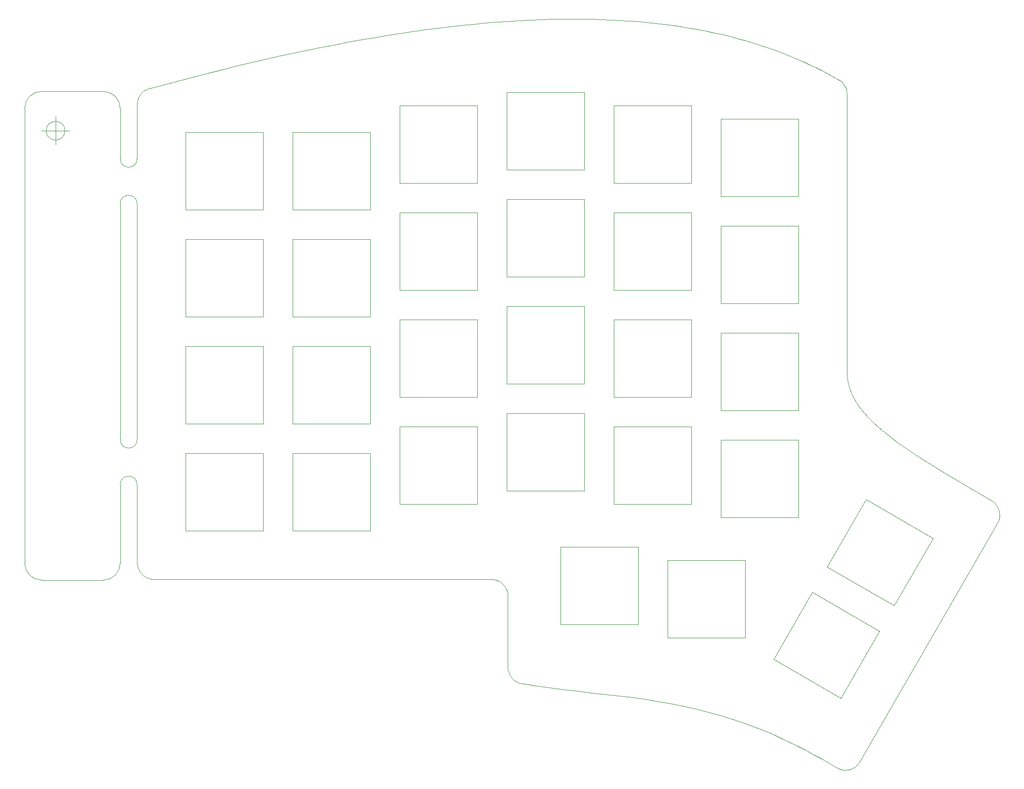
<source format=gm1>
G04 #@! TF.GenerationSoftware,KiCad,Pcbnew,(5.1.10)-1*
G04 #@! TF.CreationDate,2021-05-12T20:45:37+09:00*
G04 #@! TF.ProjectId,iris-switch-plate-choc-svg2shenzhen,69726973-2d73-4776-9974-63682d706c61,rev?*
G04 #@! TF.SameCoordinates,Original*
G04 #@! TF.FileFunction,Profile,NP*
%FSLAX46Y46*%
G04 Gerber Fmt 4.6, Leading zero omitted, Abs format (unit mm)*
G04 Created by KiCad (PCBNEW (5.1.10)-1) date 2021-05-12 20:45:37*
%MOMM*%
%LPD*%
G01*
G04 APERTURE LIST*
G04 #@! TA.AperFunction,Profile*
%ADD10C,0.100000*%
G04 #@! TD*
G04 APERTURE END LIST*
D10*
X47166666Y-45000000D02*
G75*
G03*
X47166666Y-45000000I-1666666J0D01*
G01*
X43000000Y-45000000D02*
X48000000Y-45000000D01*
X45500000Y-42500000D02*
X45500000Y-47500000D01*
X57000000Y-108000000D02*
G75*
G02*
X60000000Y-108000000I1500000J0D01*
G01*
X60000000Y-100000000D02*
G75*
G02*
X57000000Y-100000000I-1500000J0D01*
G01*
X57000000Y-58000000D02*
G75*
G02*
X60000000Y-58000000I1500000J0D01*
G01*
X60000000Y-50000000D02*
G75*
G02*
X57000000Y-50000000I-1500000J0D01*
G01*
X54000000Y-38000000D02*
G75*
G02*
X57000000Y-41000000I0J-3000000D01*
G01*
X40000000Y-41000000D02*
G75*
G02*
X43000000Y-38000000I3000000J0D01*
G01*
X43000000Y-125000000D02*
G75*
G02*
X40000000Y-122000000I0J3000000D01*
G01*
X57000000Y-122000000D02*
G75*
G02*
X54000000Y-125000000I-3000000J0D01*
G01*
X43000000Y-125000000D02*
X54000000Y-125000000D01*
X40000000Y-41000000D02*
X40000000Y-122000000D01*
X43000000Y-38000000D02*
X54000000Y-38000000D01*
X57000000Y-50000000D02*
X57000000Y-41000000D01*
X57000000Y-58000000D02*
X57000000Y-100000000D01*
X57000000Y-122000000D02*
X57000000Y-108000000D01*
X60000000Y-108000000D02*
X60001600Y-121840000D01*
X60000000Y-58000000D02*
X60000000Y-100000000D01*
X163887000Y-61929100D02*
X177687000Y-61929100D01*
X177687000Y-61929100D02*
X177687000Y-75729000D01*
X177687000Y-75729000D02*
X163887000Y-75729000D01*
X163887000Y-75729000D02*
X163887000Y-61929100D01*
X163887000Y-61929100D02*
X163887000Y-61929100D01*
X163887000Y-42879100D02*
X177687000Y-42879100D01*
X177687000Y-42879100D02*
X177687000Y-56679000D01*
X177687000Y-56679000D02*
X163887000Y-56679000D01*
X163887000Y-56679000D02*
X163887000Y-42879100D01*
X163887000Y-42879100D02*
X163887000Y-42879100D01*
X163887000Y-80979000D02*
X177687000Y-80979000D01*
X177687000Y-80979000D02*
X177687000Y-94779000D01*
X177687000Y-94779000D02*
X163887000Y-94779000D01*
X163887000Y-94779000D02*
X163887000Y-80979000D01*
X163887000Y-80979000D02*
X163887000Y-80979000D01*
X163887000Y-100029000D02*
X177687000Y-100029000D01*
X177687000Y-100029000D02*
X177687000Y-113828900D01*
X177687000Y-113828900D02*
X163887000Y-113828900D01*
X163887000Y-113828900D02*
X163887000Y-100029000D01*
X163887000Y-100029000D02*
X163887000Y-100029000D01*
X144837100Y-59547800D02*
X158637000Y-59547800D01*
X158637000Y-59547800D02*
X158637000Y-73347800D01*
X158637000Y-73347800D02*
X144837100Y-73347800D01*
X144837100Y-73347800D02*
X144837100Y-59547800D01*
X144837100Y-59547800D02*
X144837100Y-59547800D01*
X144837100Y-40497900D02*
X158637000Y-40497900D01*
X158637000Y-40497900D02*
X158637000Y-54297800D01*
X158637000Y-54297800D02*
X144837100Y-54297800D01*
X144837100Y-54297800D02*
X144837100Y-40497900D01*
X144837100Y-40497900D02*
X144837100Y-40497900D01*
X144837100Y-97647800D02*
X158637000Y-97647800D01*
X158637000Y-97647800D02*
X158637000Y-111447700D01*
X158637000Y-111447700D02*
X144837100Y-111447700D01*
X144837100Y-111447700D02*
X144837100Y-97647800D01*
X144837100Y-97647800D02*
X144837100Y-97647800D01*
X144837100Y-78597800D02*
X158637000Y-78597800D01*
X158637000Y-78597800D02*
X158637000Y-92397700D01*
X158637000Y-92397700D02*
X144837100Y-92397700D01*
X144837100Y-92397700D02*
X144837100Y-78597800D01*
X144837100Y-78597800D02*
X144837100Y-78597800D01*
X125787100Y-76216900D02*
X139587100Y-76216900D01*
X139587100Y-76216900D02*
X139587100Y-90016800D01*
X139587100Y-90016800D02*
X125787100Y-90016800D01*
X125787100Y-90016800D02*
X125787100Y-76216900D01*
X125787100Y-76216900D02*
X125787100Y-76216900D01*
X125787100Y-57166900D02*
X139587100Y-57166900D01*
X139587100Y-57166900D02*
X139587100Y-70966900D01*
X139587100Y-70966900D02*
X125787100Y-70966900D01*
X125787100Y-70966900D02*
X125787100Y-57166900D01*
X125787100Y-57166900D02*
X125787100Y-57166900D01*
X106737200Y-59547800D02*
X120537100Y-59547800D01*
X120537100Y-59547800D02*
X120537100Y-73347800D01*
X120537100Y-73347800D02*
X106737200Y-73347800D01*
X106737200Y-73347800D02*
X106737200Y-59547800D01*
X106737200Y-59547800D02*
X106737200Y-59547800D01*
X106737200Y-78597800D02*
X120537100Y-78597800D01*
X120537100Y-78597800D02*
X120537100Y-92397700D01*
X120537100Y-92397700D02*
X106737200Y-92397700D01*
X106737200Y-92397700D02*
X106737200Y-78597800D01*
X106737200Y-78597800D02*
X106737200Y-78597800D01*
X87687200Y-64310000D02*
X101487100Y-64310000D01*
X101487100Y-64310000D02*
X101487100Y-78109900D01*
X101487100Y-78109900D02*
X87687200Y-78109900D01*
X87687200Y-78109900D02*
X87687200Y-64310000D01*
X87687200Y-64310000D02*
X87687200Y-64310000D01*
X87687200Y-45260000D02*
X101487100Y-45260000D01*
X101487100Y-45260000D02*
X101487100Y-59059900D01*
X101487100Y-59059900D02*
X87687200Y-59059900D01*
X87687200Y-59059900D02*
X87687200Y-45260000D01*
X87687200Y-45260000D02*
X87687200Y-45260000D01*
X87687200Y-83359900D02*
X101487100Y-83359900D01*
X101487100Y-83359900D02*
X101487100Y-97159900D01*
X101487100Y-97159900D02*
X87687200Y-97159900D01*
X87687200Y-97159900D02*
X87687200Y-83359900D01*
X87687200Y-83359900D02*
X87687200Y-83359900D01*
X106737200Y-40497900D02*
X120537100Y-40497900D01*
X120537100Y-40497900D02*
X120537100Y-54297800D01*
X120537100Y-54297800D02*
X106737200Y-54297800D01*
X106737200Y-54297800D02*
X106737200Y-40497900D01*
X106737200Y-40497900D02*
X106737200Y-40497900D01*
X125787100Y-38117000D02*
X139587100Y-38117000D01*
X139587100Y-38117000D02*
X139587100Y-51916900D01*
X139587100Y-51916900D02*
X125787100Y-51916900D01*
X125787100Y-51916900D02*
X125787100Y-38117000D01*
X125787100Y-38117000D02*
X125787100Y-38117000D01*
X68637200Y-64310000D02*
X82437200Y-64310000D01*
X82437200Y-64310000D02*
X82437200Y-78109900D01*
X82437200Y-78109900D02*
X68637200Y-78109900D01*
X68637200Y-78109900D02*
X68637200Y-64310000D01*
X68637200Y-64310000D02*
X68637200Y-64310000D01*
X68637200Y-83359900D02*
X82437200Y-83359900D01*
X82437200Y-83359900D02*
X82437200Y-97159900D01*
X82437200Y-97159900D02*
X68637200Y-97159900D01*
X68637200Y-97159900D02*
X68637200Y-83359900D01*
X68637200Y-83359900D02*
X68637200Y-83359900D01*
X68637200Y-102409900D02*
X82437200Y-102409900D01*
X82437200Y-102409900D02*
X82437200Y-116209800D01*
X82437200Y-116209800D02*
X68637200Y-116209800D01*
X68637200Y-116209800D02*
X68637200Y-102409900D01*
X68637200Y-102409900D02*
X68637200Y-102409900D01*
X87687200Y-102409900D02*
X101487100Y-102409900D01*
X101487100Y-102409900D02*
X101487100Y-116209800D01*
X101487100Y-116209800D02*
X87687200Y-116209800D01*
X87687200Y-116209800D02*
X87687200Y-102409900D01*
X87687200Y-102409900D02*
X87687200Y-102409900D01*
X106737200Y-97647800D02*
X120537100Y-97647800D01*
X120537100Y-97647800D02*
X120537100Y-111447700D01*
X120537100Y-111447700D02*
X106737200Y-111447700D01*
X106737200Y-111447700D02*
X106737200Y-97647800D01*
X106737200Y-97647800D02*
X106737200Y-97647800D01*
X125787100Y-95266900D02*
X139587100Y-95266900D01*
X139587100Y-95266900D02*
X139587100Y-109066800D01*
X139587100Y-109066800D02*
X125787100Y-109066800D01*
X125787100Y-109066800D02*
X125787100Y-95266900D01*
X125787100Y-95266900D02*
X125787100Y-95266900D01*
X135312100Y-119079000D02*
X149112100Y-119079000D01*
X149112100Y-119079000D02*
X149112100Y-132879000D01*
X149112100Y-132879000D02*
X135312100Y-132879000D01*
X135312100Y-132879000D02*
X135312100Y-119079000D01*
X135312100Y-119079000D02*
X135312100Y-119079000D01*
X154362100Y-121464000D02*
X168162000Y-121464000D01*
X168162000Y-121464000D02*
X168162000Y-135264000D01*
X168162000Y-135264000D02*
X154362100Y-135264000D01*
X154362100Y-135264000D02*
X154362100Y-121464000D01*
X154362100Y-121464000D02*
X154362100Y-121464000D01*
X173249411Y-139111732D02*
X180149357Y-127161012D01*
X180149357Y-127161012D02*
X192099558Y-134060658D01*
X192099558Y-134060658D02*
X185199612Y-146011378D01*
X185199612Y-146011378D02*
X173249411Y-139111732D01*
X173249411Y-139111732D02*
X173249411Y-139111732D01*
X182774563Y-122614151D02*
X189674559Y-110663344D01*
X189674559Y-110663344D02*
X201625625Y-117563490D01*
X201625625Y-117563490D02*
X194725629Y-129514297D01*
X194725629Y-129514297D02*
X182774563Y-122614151D01*
X182774563Y-122614151D02*
X182774563Y-122614151D01*
X68637200Y-45260000D02*
X82437200Y-45260000D01*
X82437200Y-45260000D02*
X82437200Y-59059900D01*
X82437200Y-59059900D02*
X68637200Y-59059900D01*
X68637200Y-59059900D02*
X68637200Y-45260000D01*
X68637200Y-45260000D02*
X68637200Y-45260000D01*
X185984000Y-158796000D02*
X185594000Y-158771000D01*
X185594000Y-158771000D02*
X185211000Y-158695000D01*
X185211000Y-158695000D02*
X184839000Y-158569000D01*
X184839000Y-158569000D02*
X184484000Y-158395000D01*
X184484000Y-158395000D02*
X181885000Y-156895000D01*
X181885000Y-156895000D02*
X180428000Y-156071000D01*
X180428000Y-156071000D02*
X178987000Y-155291000D01*
X178987000Y-155291000D02*
X177562000Y-154553000D01*
X177562000Y-154553000D02*
X176151000Y-153854000D01*
X176151000Y-153854000D02*
X174755000Y-153195000D01*
X174755000Y-153195000D02*
X173372000Y-152573000D01*
X173372000Y-152573000D02*
X172004000Y-151987000D01*
X172004000Y-151987000D02*
X170648000Y-151436000D01*
X170648000Y-151436000D02*
X169305000Y-150919000D01*
X169305000Y-150919000D02*
X167975000Y-150433000D01*
X167975000Y-150433000D02*
X166656000Y-149978000D01*
X166656000Y-149978000D02*
X165349000Y-149553000D01*
X165349000Y-149553000D02*
X164053000Y-149155000D01*
X164053000Y-149155000D02*
X162768000Y-148784000D01*
X162768000Y-148784000D02*
X161492000Y-148437000D01*
X161492000Y-148437000D02*
X160227000Y-148115000D01*
X160227000Y-148115000D02*
X158971000Y-147815000D01*
X158971000Y-147815000D02*
X157723000Y-147536000D01*
X157723000Y-147536000D02*
X156484000Y-147276000D01*
X156484000Y-147276000D02*
X155254000Y-147035000D01*
X155254000Y-147035000D02*
X152814300Y-146601000D01*
X152814300Y-146601000D02*
X150402100Y-146224000D01*
X150402100Y-146224000D02*
X148013500Y-145892000D01*
X148013500Y-145892000D02*
X145645100Y-145594000D01*
X145645100Y-145594000D02*
X140955100Y-145057000D01*
X140955100Y-145057000D02*
X138505800Y-144782000D01*
X138505800Y-144782000D02*
X136032800Y-144491000D01*
X136032800Y-144491000D02*
X133550100Y-144175000D01*
X133550100Y-144175000D02*
X131071400Y-143822000D01*
X131071400Y-143822000D02*
X128520500Y-143435000D01*
X128520500Y-143435000D02*
X128250200Y-143381000D01*
X128250200Y-143381000D02*
X127990000Y-143305000D01*
X127990000Y-143305000D02*
X127740700Y-143206000D01*
X127740700Y-143206000D02*
X127503600Y-143086000D01*
X127503600Y-143086000D02*
X127279500Y-142947000D01*
X127279500Y-142947000D02*
X127069500Y-142790000D01*
X127069500Y-142790000D02*
X126874600Y-142615000D01*
X126874600Y-142615000D02*
X126695900Y-142425000D01*
X126695900Y-142425000D02*
X126534400Y-142219000D01*
X126534400Y-142219000D02*
X126391000Y-142001000D01*
X126391000Y-142001000D02*
X126266900Y-141769000D01*
X126266900Y-141769000D02*
X126163100Y-141527000D01*
X126163100Y-141527000D02*
X126080600Y-141274000D01*
X126080600Y-141274000D02*
X126020300Y-141013000D01*
X126020300Y-141013000D02*
X125983500Y-140744000D01*
X125983500Y-140744000D02*
X125970900Y-140469000D01*
X125970900Y-140469000D02*
X125970900Y-127838000D01*
X125970900Y-127838000D02*
X125955500Y-127532000D01*
X125955500Y-127532000D02*
X125910000Y-127234000D01*
X125910000Y-127234000D02*
X125836100Y-126947000D01*
X125836100Y-126947000D02*
X125735300Y-126671000D01*
X125735300Y-126671000D02*
X125609000Y-126409000D01*
X125609000Y-126409000D02*
X125458800Y-126162000D01*
X125458800Y-126162000D02*
X125286200Y-125931000D01*
X125286200Y-125931000D02*
X125092600Y-125718000D01*
X125092600Y-125718000D02*
X124879700Y-125525000D01*
X124879700Y-125525000D02*
X124648800Y-125352000D01*
X124648800Y-125352000D02*
X124401600Y-125202000D01*
X124401600Y-125202000D02*
X124139500Y-125075000D01*
X124139500Y-125075000D02*
X123864000Y-124975000D01*
X123864000Y-124975000D02*
X123576600Y-124901000D01*
X123576600Y-124901000D02*
X123278900Y-124855000D01*
X123278900Y-124855000D02*
X122972300Y-124840000D01*
X122972300Y-124840000D02*
X63001620Y-124840000D01*
X63001620Y-124840000D02*
X62694860Y-124824000D01*
X62694860Y-124824000D02*
X62396970Y-124779000D01*
X62396970Y-124779000D02*
X62109460Y-124705000D01*
X62109460Y-124705000D02*
X61833820Y-124604000D01*
X61833820Y-124604000D02*
X61571570Y-124478000D01*
X61571570Y-124478000D02*
X61324220Y-124328000D01*
X61324220Y-124328000D02*
X61093270Y-124155000D01*
X61093270Y-124155000D02*
X60880240Y-123961000D01*
X60880240Y-123961000D02*
X60686620Y-123748000D01*
X60686620Y-123748000D02*
X60513920Y-123517000D01*
X60513920Y-123517000D02*
X60363660Y-123270000D01*
X60363660Y-123270000D02*
X60237340Y-123008000D01*
X60237340Y-123008000D02*
X60136460Y-122732000D01*
X60136460Y-122732000D02*
X60062540Y-122444000D01*
X60062540Y-122444000D02*
X60017090Y-122147000D01*
X60017090Y-122147000D02*
X60001600Y-121840000D01*
X60000000Y-50000000D02*
X60001600Y-40340900D01*
X60001600Y-40340900D02*
X60012150Y-40088700D01*
X60012150Y-40088700D02*
X60043280Y-39841400D01*
X60043280Y-39841400D02*
X60094260Y-39600100D01*
X60094260Y-39600100D02*
X60164340Y-39365600D01*
X60164340Y-39365600D02*
X60252750Y-39139000D01*
X60252750Y-39139000D02*
X60358770Y-38921200D01*
X60358770Y-38921200D02*
X60481630Y-38713200D01*
X60481630Y-38713200D02*
X60620590Y-38516000D01*
X60620590Y-38516000D02*
X60774900Y-38330600D01*
X60774900Y-38330600D02*
X60943810Y-38157900D01*
X60943810Y-38157900D02*
X61126580Y-37998900D01*
X61126580Y-37998900D02*
X61322450Y-37854600D01*
X61322450Y-37854600D02*
X61530670Y-37726000D01*
X61530670Y-37726000D02*
X61750500Y-37614000D01*
X61750500Y-37614000D02*
X61981190Y-37519600D01*
X61981190Y-37519600D02*
X62221980Y-37443900D01*
X62221980Y-37443900D02*
X64442360Y-36846300D01*
X64442360Y-36846300D02*
X69884700Y-35412000D01*
X69884700Y-35412000D02*
X72558500Y-34730500D01*
X72558500Y-34730500D02*
X75201000Y-34072600D01*
X75201000Y-34072600D02*
X77812500Y-33438400D01*
X77812500Y-33438400D02*
X80393200Y-32827700D01*
X80393200Y-32827700D02*
X82943400Y-32240700D01*
X82943400Y-32240700D02*
X85463300Y-31677100D01*
X85463300Y-31677100D02*
X87953200Y-31137000D01*
X87953200Y-31137000D02*
X90413400Y-30620400D01*
X90413400Y-30620400D02*
X92844100Y-30127100D01*
X92844100Y-30127100D02*
X95245400Y-29657210D01*
X95245400Y-29657210D02*
X97617800Y-29210620D01*
X97617800Y-29210620D02*
X99961400Y-28787310D01*
X99961400Y-28787310D02*
X102276500Y-28387230D01*
X102276500Y-28387230D02*
X104563300Y-28010340D01*
X104563300Y-28010340D02*
X106822100Y-27656600D01*
X106822100Y-27656600D02*
X109053200Y-27325980D01*
X109053200Y-27325980D02*
X111256700Y-27018430D01*
X111256700Y-27018430D02*
X113433000Y-26733910D01*
X113433000Y-26733910D02*
X115582200Y-26472380D01*
X115582200Y-26472380D02*
X117704700Y-26233810D01*
X117704700Y-26233810D02*
X119800700Y-26018150D01*
X119800700Y-26018150D02*
X121870400Y-25825360D01*
X121870400Y-25825360D02*
X123914100Y-25655400D01*
X123914100Y-25655400D02*
X125932100Y-25508230D01*
X125932100Y-25508230D02*
X127924500Y-25383810D01*
X127924500Y-25383810D02*
X129891700Y-25282110D01*
X129891700Y-25282110D02*
X131833800Y-25203080D01*
X131833800Y-25203080D02*
X133751200Y-25146670D01*
X133751200Y-25146670D02*
X135644100Y-25112860D01*
X135644100Y-25112860D02*
X137512700Y-25101600D01*
X137512700Y-25101600D02*
X139231700Y-25111080D01*
X139231700Y-25111080D02*
X140930100Y-25139530D01*
X140930100Y-25139530D02*
X142608400Y-25186980D01*
X142608400Y-25186980D02*
X144266500Y-25253480D01*
X144266500Y-25253480D02*
X145904600Y-25339060D01*
X145904600Y-25339060D02*
X147522900Y-25443750D01*
X147522900Y-25443750D02*
X149121600Y-25567580D01*
X149121600Y-25567580D02*
X150700800Y-25710580D01*
X150700800Y-25710580D02*
X152260700Y-25872800D01*
X152260700Y-25872800D02*
X153801400Y-26054260D01*
X153801400Y-26054260D02*
X155323000Y-26255000D01*
X155323000Y-26255000D02*
X156826000Y-26475060D01*
X156826000Y-26475060D02*
X158310000Y-26714460D01*
X158310000Y-26714460D02*
X159775000Y-26973240D01*
X159775000Y-26973240D02*
X161223000Y-27251440D01*
X161223000Y-27251440D02*
X162651000Y-27549080D01*
X162651000Y-27549080D02*
X164062000Y-27866210D01*
X164062000Y-27866210D02*
X165455000Y-28202850D01*
X165455000Y-28202850D02*
X166830000Y-28559040D01*
X166830000Y-28559040D02*
X168188000Y-28934810D01*
X168188000Y-28934810D02*
X169528000Y-29330210D01*
X169528000Y-29330210D02*
X170850000Y-29745250D01*
X170850000Y-29745250D02*
X172156000Y-30180000D01*
X172156000Y-30180000D02*
X173445000Y-30634400D01*
X173445000Y-30634400D02*
X174716000Y-31108600D01*
X174716000Y-31108600D02*
X175971000Y-31602600D01*
X175971000Y-31602600D02*
X177210000Y-32116400D01*
X177210000Y-32116400D02*
X178432000Y-32650100D01*
X178432000Y-32650100D02*
X179638000Y-33203600D01*
X179638000Y-33203600D02*
X180828000Y-33777100D01*
X180828000Y-33777100D02*
X182002000Y-34370500D01*
X182002000Y-34370500D02*
X183160000Y-34983900D01*
X183160000Y-34983900D02*
X184731000Y-35835200D01*
X184731000Y-35835200D02*
X185076000Y-36054000D01*
X185076000Y-36054000D02*
X185384000Y-36313800D01*
X185384000Y-36313800D02*
X185653000Y-36610000D01*
X185653000Y-36610000D02*
X185879000Y-36937800D01*
X185879000Y-36937800D02*
X186059000Y-37292700D01*
X186059000Y-37292700D02*
X186192000Y-37669900D01*
X186192000Y-37669900D02*
X186273000Y-38064700D01*
X186273000Y-38064700D02*
X186301000Y-38472600D01*
X186301000Y-38472600D02*
X186301000Y-87883900D01*
X186301000Y-87883900D02*
X186322000Y-88527100D01*
X186322000Y-88527100D02*
X186385000Y-89161700D01*
X186385000Y-89161700D02*
X186490000Y-89788800D01*
X186490000Y-89788800D02*
X186638000Y-90409300D01*
X186638000Y-90409300D02*
X186829000Y-91024200D01*
X186829000Y-91024200D02*
X187063000Y-91634700D01*
X187063000Y-91634700D02*
X187340000Y-92241800D01*
X187340000Y-92241800D02*
X187662000Y-92846300D01*
X187662000Y-92846300D02*
X188027000Y-93449400D01*
X188027000Y-93449400D02*
X188437000Y-94052200D01*
X188437000Y-94052200D02*
X188892000Y-94655500D01*
X188892000Y-94655500D02*
X189392000Y-95260400D01*
X189392000Y-95260400D02*
X189938000Y-95868000D01*
X189938000Y-95868000D02*
X190529000Y-96479200D01*
X190529000Y-96479200D02*
X191167000Y-97095200D01*
X191167000Y-97095200D02*
X191850000Y-97716800D01*
X191850000Y-97716800D02*
X192581000Y-98345200D01*
X192581000Y-98345200D02*
X193358000Y-98981300D01*
X193358000Y-98981300D02*
X194183000Y-99626200D01*
X194183000Y-99626200D02*
X195056000Y-100280800D01*
X195056000Y-100280800D02*
X195976000Y-100946300D01*
X195976000Y-100946300D02*
X196945000Y-101623500D01*
X196945000Y-101623500D02*
X197962000Y-102313700D01*
X197962000Y-102313700D02*
X199029000Y-103017700D01*
X199029000Y-103017700D02*
X201309000Y-104471300D01*
X201309000Y-104471300D02*
X203789000Y-105992600D01*
X203789000Y-105992600D02*
X206471000Y-107589800D01*
X206471000Y-107589800D02*
X209358000Y-109271100D01*
X209358000Y-109271100D02*
X211954000Y-110770400D01*
X211954000Y-110770400D02*
X212212000Y-110937100D01*
X212212000Y-110937100D02*
X212447000Y-111125400D01*
X212447000Y-111125400D02*
X212659000Y-111333100D01*
X212659000Y-111333100D02*
X212848000Y-111558200D01*
X212848000Y-111558200D02*
X213011000Y-111798600D01*
X213011000Y-111798600D02*
X213151000Y-112052300D01*
X213151000Y-112052300D02*
X213264000Y-112317300D01*
X213264000Y-112317300D02*
X213352000Y-112591400D01*
X213352000Y-112591400D02*
X213413000Y-112872600D01*
X213413000Y-112872600D02*
X213447000Y-113158800D01*
X213447000Y-113158800D02*
X213454000Y-113448100D01*
X213454000Y-113448100D02*
X213432000Y-113738200D01*
X213432000Y-113738200D02*
X213382000Y-114027300D01*
X213382000Y-114027300D02*
X213302000Y-114313200D01*
X213302000Y-114313200D02*
X213193000Y-114593800D01*
X213193000Y-114593800D02*
X213053000Y-114867200D01*
X213053000Y-114867200D02*
X188582000Y-157295000D01*
X188582000Y-157295000D02*
X188421000Y-157545000D01*
X188421000Y-157545000D02*
X188238000Y-157776000D01*
X188238000Y-157776000D02*
X188034000Y-157986000D01*
X188034000Y-157986000D02*
X187811000Y-158176000D01*
X187811000Y-158176000D02*
X187570000Y-158343000D01*
X187570000Y-158343000D02*
X187314000Y-158485000D01*
X187314000Y-158485000D02*
X187043000Y-158603000D01*
X187043000Y-158603000D02*
X186761000Y-158694000D01*
X186761000Y-158694000D02*
X186374000Y-158771000D01*
X186374000Y-158771000D02*
X185984000Y-158796000D01*
X185984000Y-158796000D02*
X185984000Y-158796000D01*
X185984000Y-158796000D02*
X185984000Y-158796000D01*
M02*

</source>
